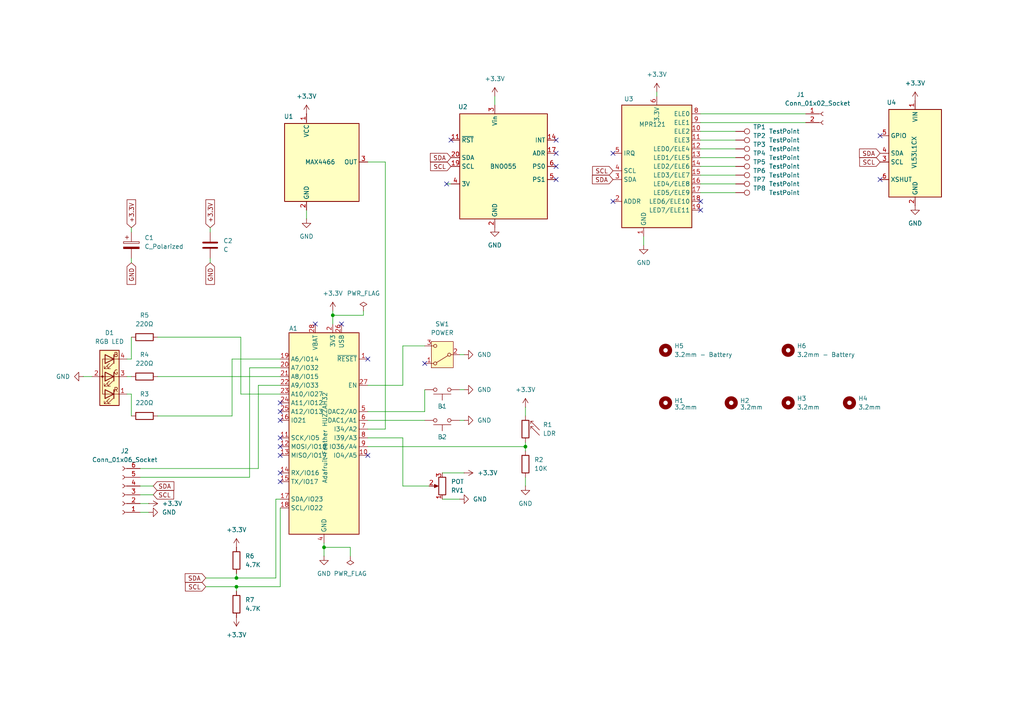
<source format=kicad_sch>
(kicad_sch (version 20231120) (generator "eeschema") (generator_version "8.0")
  (paper "A4")
  (title_block (title "TESI") (date "2025-02-07") (rev "v1.0"))
  (lib_symbols
    (symbol "Connector:Conn_01x02_Socket" (pin_names (offset 1.016) hide)
      (property "Reference" "J" (at 0 2.54 0))
      (property "Value" "Conn_01x02_Socket" (at 0 -5.08 0))
      (symbol "Conn_01x02_Socket_1_1"
        (arc (start 0 -2.032) (mid -0.5058 -2.54) (end 0 -3.048) (stroke (width 0.1524)))
        (polyline (pts (xy -1.27 -2.54) (xy -0.508 -2.54)) (stroke (width 0.1524)))
        (polyline (pts (xy -1.27 0) (xy -0.508 0)) (stroke (width 0.1524)))
        (arc (start 0 0.508) (mid -0.5058 0) (end 0 -0.508) (stroke (width 0.1524)))
        (pin passive line (at -5.08 0 0) (length 3.81) (name "Pin_1") (number "1"))
        (pin passive line (at -5.08 -2.54 0) (length 3.81) (name "Pin_2") (number "2"))
      )
    )
    (symbol "Connector:Conn_01x06_Socket" (pin_names (offset 1.016) hide)
      (property "Reference" "J" (at 0 7.62 0))
      (property "Value" "Conn_01x06_Socket" (at 0 -10.16 0))
      (symbol "Conn_01x06_Socket_1_1"
        (arc (start 0 -7.112) (mid -0.5058 -7.62) (end 0 -8.128) (stroke (width 0.1524)))
        (arc (start 0 -4.572) (mid -0.5058 -5.08) (end 0 -5.588) (stroke (width 0.1524)))
        (arc (start 0 -2.032) (mid -0.5058 -2.54) (end 0 -3.048) (stroke (width 0.1524)))
        (polyline (pts (xy -1.27 -7.62) (xy -0.508 -7.62)) (stroke (width 0.1524)))
        (polyline (pts (xy -1.27 -5.08) (xy -0.508 -5.08)) (stroke (width 0.1524)))
        (polyline (pts (xy -1.27 -2.54) (xy -0.508 -2.54)) (stroke (width 0.1524)))
        (polyline (pts (xy -1.27 0) (xy -0.508 0)) (stroke (width 0.1524)))
        (polyline (pts (xy -1.27 2.54) (xy -0.508 2.54)) (stroke (width 0.1524)))
        (polyline (pts (xy -1.27 5.08) (xy -0.508 5.08)) (stroke (width 0.1524)))
        (arc (start 0 0.508) (mid -0.5058 0) (end 0 -0.508) (stroke (width 0.1524)))
        (arc (start 0 3.048) (mid -0.5058 2.54) (end 0 2.032) (stroke (width 0.1524)))
        (arc (start 0 5.588) (mid -0.5058 5.08) (end 0 4.572) (stroke (width 0.1524)))
        (pin passive line (at -5.08 5.08 0) (length 3.81) (name "Pin_1") (number "1"))
        (pin passive line (at -5.08 2.54 0) (length 3.81) (name "Pin_2") (number "2"))
        (pin passive line (at -5.08 0 0) (length 3.81) (name "Pin_3") (number "3"))
        (pin passive line (at -5.08 -2.54 0) (length 3.81) (name "Pin_4") (number "4"))
        (pin passive line (at -5.08 -5.08 0) (length 3.81) (name "Pin_5") (number "5"))
        (pin passive line (at -5.08 -7.62 0) (length 3.81) (name "Pin_6") (number "6"))
      )
    )
    (symbol "Connector:TestPoint" (pin_numbers hide) (pin_names (offset 0.762) hide)
      (property "Reference" "TP" (at 0 6.858 0))
      (property "Value" "TestPoint" (at 0 5.08 0))
      (symbol "TestPoint_0_1"
        (circle (center 0 3.302) (radius 0.762))
      )
      (symbol "TestPoint_1_1"
        (pin passive line (at 0 0 90) (length 2.54) (name "1") (number "1"))
      )
    )
    (symbol "Device:C" (pin_numbers hide) (pin_names (offset 0.254))
      (property "Reference" "C" (at 0.635 2.54 0))
      (property "Value" "C" (at 0.635 -2.54 0))
      (symbol "C_0_1"
        (polyline (pts (xy -2.032 -0.762) (xy 2.032 -0.762)) (stroke (width 0.508)))
        (polyline (pts (xy -2.032 0.762) (xy 2.032 0.762)) (stroke (width 0.508)))
      )
      (symbol "C_1_1"
        (pin passive line (at 0 3.81 270) (length 2.794) (name "~") (number "1"))
        (pin passive line (at 0 -3.81 90) (length 2.794) (name "~") (number "2"))
      )
    )
    (symbol "Device:C_Polarized" (pin_numbers hide) (pin_names (offset 0.254))
      (property "Reference" "C" (at 0.635 2.54 0))
      (property "Value" "C_Polarized" (at 0.635 -2.54 0))
      (symbol "C_Polarized_0_1"
        (rectangle (start -2.286 0.508) (end 2.286 1.016))
        (polyline (pts (xy -1.778 2.286) (xy -0.762 2.286)))
        (polyline (pts (xy -1.27 2.794) (xy -1.27 1.778)))
        (rectangle (start 2.286 -0.508) (end -2.286 -1.016) (fill (type outline)))
      )
      (symbol "C_Polarized_1_1"
        (pin passive line (at 0 3.81 270) (length 2.794) (name "~") (number "1"))
        (pin passive line (at 0 -3.81 90) (length 2.794) (name "~") (number "2"))
      )
    )
    (symbol "Device:R" (pin_numbers hide) (pin_names (offset 0))
      (property "Reference" "R" (at 2.032 0 90))
      (property "Value" "R" (at 0 0 90))
      (symbol "R_0_1"
        (rectangle (start -1.016 -2.54) (end 1.016 2.54) (stroke (width 0.254)))
      )
      (symbol "R_1_1"
        (pin passive line (at 0 3.81 270) (length 1.27) (name "~") (number "1"))
        (pin passive line (at 0 -3.81 90) (length 1.27) (name "~") (number "2"))
      )
    )
    (symbol "Device:R_Potentiometer" (pin_names (offset 1.016) hide)
      (property "Reference" "RV" (at -4.445 0 90))
      (property "Value" "R_Potentiometer" (at -2.54 0 90))
      (symbol "R_Potentiometer_0_1"
        (polyline (pts (xy 2.54 0) (xy 1.524 0)))
        (polyline (pts (xy 1.143 0) (xy 2.286 0.508) (xy 2.286 -0.508) (xy 1.143 0)) (fill (type outline)))
        (rectangle (start 1.016 2.54) (end -1.016 -2.54) (stroke (width 0.254)))
      )
      (symbol "R_Potentiometer_1_1"
        (pin passive line (at 0 3.81 270) (length 1.27) (name "1") (number "1"))
        (pin passive line (at 3.81 0 180) (length 1.27) (name "2") (number "2"))
        (pin passive line (at 0 -3.81 90) (length 1.27) (name "3") (number "3"))
      )
    )
    (symbol "MCU_Module:Adafruit_Feather_HUZZAH32_ESP32"
      (property "Reference" "A" (at -10.16 29.21 0))
      (property "Value" "Adafruit_Feather_HUZZAH32_ESP32" (at 2.54 -31.75 0))
      (symbol "Adafruit_Feather_HUZZAH32_ESP32_0_1"
        (rectangle (start -10.16 27.94) (end 10.16 -30.48) (stroke (width 0.254)) (fill (type background)))
      )
      (symbol "Adafruit_Feather_HUZZAH32_ESP32_1_1"
        (pin input line (at 12.7 20.32 180) (length 2.54) (name "~{RESET}") (number "1"))
        (pin bidirectional line (at 12.7 -7.62 180) (length 2.54) (name "IO4/A5") (number "10"))
        (pin bidirectional line (at -12.7 -2.54 0) (length 2.54) (name "SCK/IO5") (number "11"))
        (pin bidirectional line (at -12.7 -5.08 0) (length 2.54) (name "MOSI/IO18") (number "12"))
        (pin bidirectional line (at -12.7 -7.62 0) (length 2.54) (name "MISO/IO19") (number "13"))
        (pin bidirectional line (at -12.7 -12.7 0) (length 2.54) (name "RX/IO16") (number "14"))
        (pin bidirectional line (at -12.7 -15.24 0) (length 2.54) (name "TX/IO17") (number "15"))
        (pin bidirectional line (at -12.7 2.54 0) (length 2.54) (name "IO21") (number "16"))
        (pin bidirectional line (at -12.7 -20.32 0) (length 2.54) (name "SDA/IO23") (number "17"))
        (pin bidirectional line (at -12.7 -22.86 0) (length 2.54) (name "SCL/IO22") (number "18"))
        (pin bidirectional line (at -12.7 20.32 0) (length 2.54) (name "A6/IO14") (number "19"))
        (pin power_in line (at 2.54 30.48 270) (length 2.54) (name "3V3") (number "2"))
        (pin bidirectional line (at -12.7 17.78 0) (length 2.54) (name "A7/IO32") (number "20"))
        (pin bidirectional line (at -12.7 15.24 0) (length 2.54) (name "A8/IO15") (number "21"))
        (pin bidirectional line (at -12.7 12.7 0) (length 2.54) (name "A9/IO33") (number "22"))
        (pin bidirectional line (at -12.7 10.16 0) (length 2.54) (name "A10/IO27") (number "23"))
        (pin bidirectional line (at -12.7 7.62 0) (length 2.54) (name "A11/IO12") (number "24"))
        (pin bidirectional line (at -12.7 5.08 0) (length 2.54) (name "A12/IO13") (number "25"))
        (pin power_in line (at 5.08 30.48 270) (length 2.54) (name "USB") (number "26"))
        (pin input line (at 12.7 12.7 180) (length 2.54) (name "EN") (number "27"))
        (pin power_in line (at -2.54 30.48 270) (length 2.54) (name "VBAT") (number "28"))
        (pin no_connect line (at 10.16 10.16 180) (length 2.54) hide (name "NC") (number "3"))
        (pin power_in line (at 0 -33.02 90) (length 2.54) (name "GND") (number "4"))
        (pin bidirectional line (at 12.7 5.08 180) (length 2.54) (name "DAC2/A0") (number "5"))
        (pin bidirectional line (at 12.7 2.54 180) (length 2.54) (name "DAC1/A1") (number "6"))
        (pin bidirectional line (at 12.7 0 180) (length 2.54) (name "I34/A2") (number "7"))
        (pin bidirectional line (at 12.7 -2.54 180) (length 2.54) (name "I39/A3") (number "8"))
        (pin bidirectional line (at 12.7 -5.08 180) (length 2.54) (name "IO36/A4") (number "9"))
      )
    )
    (symbol "Mechanical:MountingHole" (pin_names (offset 1.016)) (exclude_from_sim yes) (in_bom no)
      (property "Reference" "H" (at 0 5.08 0))
      (property "Value" "MountingHole" (at 0 3.175 0))
      (symbol "MountingHole_0_1"
        (circle (center 0 0) (radius 1.27) (stroke (width 1.27)))
      )
    )
    (symbol "Sensor_Optical:VT93xx" (pin_numbers hide) (pin_names (offset 0))
      (property "Reference" "R" (at -5.08 0 90))
      (property "Value" "VT93xx" (at 1.905 0 90))
      (symbol "VT93xx_0_1"
        (rectangle (start -1.016 2.54) (end 1.016 -2.54) (stroke (width 0.254)))
        (polyline (pts (xy -1.524 -2.286) (xy -4.064 0.254)))
        (polyline (pts (xy -1.524 -2.286) (xy -2.286 -2.286)))
        (polyline (pts (xy -1.524 -2.286) (xy -1.524 -1.524)))
        (polyline (pts (xy -1.524 -0.762) (xy -4.064 1.778)))
        (polyline (pts (xy -1.524 -0.762) (xy -2.286 -0.762)))
        (polyline (pts (xy -1.524 -0.762) (xy -1.524 0)))
      )
      (symbol "VT93xx_1_1"
        (pin passive line (at 0 3.81 270) (length 1.27) (name "~") (number "1"))
        (pin passive line (at 0 -3.81 90) (length 1.27) (name "~") (number "2"))
      )
    )
    (symbol "Switch:SW_Push" (pin_numbers hide) (pin_names (offset 1.016) hide)
      (property "Reference" "SW" (at 1.27 2.54 0))
      (property "Value" "SW_Push" (at 0 -1.524 0))
      (symbol "SW_Push_0_1"
        (circle (center -2.032 0) (radius 0.508))
        (polyline (pts (xy 0 1.27) (xy 0 3.048)))
        (polyline (pts (xy 2.54 1.27) (xy -2.54 1.27)))
        (circle (center 2.032 0) (radius 0.508))
        (pin passive line (at -5.08 0 0) (length 2.54) (name "1") (number "1"))
        (pin passive line (at 5.08 0 180) (length 2.54) (name "2") (number "2"))
      )
    )
    (symbol "Switch:SW_SPDT" (pin_names (offset 0) hide)
      (property "Reference" "SW" (at 0 5.08 0))
      (property "Value" "SW_SPDT" (at 0 -5.08 0))
      (symbol "SW_SPDT_0_1"
        (circle (center -2.032 0) (radius 0.4572))
        (polyline (pts (xy -1.651 0.254) (xy 1.651 2.286)))
        (circle (center 2.032 -2.54) (radius 0.4572))
        (circle (center 2.032 2.54) (radius 0.4572))
      )
      (symbol "SW_SPDT_1_1"
        (rectangle (start -3.175 3.81) (end 3.175 -3.81) (fill (type background)))
        (pin passive line (at 5.08 2.54 180) (length 2.54) (name "A") (number "1"))
        (pin passive line (at -5.08 0 0) (length 2.54) (name "B") (number "2"))
        (pin passive line (at 5.08 -2.54 180) (length 2.54) (name "C") (number "3"))
      )
    )
    (symbol "power:+3.3V" (power) (pin_numbers hide) (pin_names (offset 0) hide)
      (property "Value" "+3.3V" (at 0 3.556 0))
      (symbol "+3.3V_0_1"
        (polyline (pts (xy -0.762 1.27) (xy 0 2.54)))
        (polyline (pts (xy 0 0) (xy 0 2.54)))
        (polyline (pts (xy 0 2.54) (xy 0.762 1.27)))
      )
      (symbol "+3.3V_1_1"
        (pin power_in line (at 0 0 90) (length 0) (name "~") (number "1"))
      )
    )
    (symbol "power:GND" (power) (pin_numbers hide) (pin_names (offset 0) hide)
      (property "Value" "GND" (at 0 -3.81 0))
      (symbol "GND_0_1"
        (polyline (pts (xy 0 0) (xy 0 -1.27) (xy 1.27 -1.27) (xy 0 -2.54) (xy -1.27 -1.27) (xy 0 -1.27)))
      )
      (symbol "GND_1_1"
        (pin power_in line (at 0 0 270) (length 0) (name "~") (number "1"))
      )
    )
    (symbol "power:PWR_FLAG" (power) (pin_numbers hide) (pin_names (offset 0) hide)
      (property "Value" "PWR_FLAG" (at 0 3.81 0))
      (symbol "PWR_FLAG_0_0"
        (pin power_out line (at 0 0 90) (length 0) (name "~") (number "1"))
      )
      (symbol "PWR_FLAG_0_1"
        (polyline (pts (xy 0 0) (xy 0 1.27) (xy -1.016 1.905) (xy 0 2.54) (xy 1.016 1.905) (xy 0 1.27)))
      )
    )
    (symbol "tesi:BNO055"
      (property "Reference" "U" (at -11.43 16.51 0))
      (property "Value" "BNO055" (at 3.81 0 0))
      (symbol "BNO055_0_1"
        (rectangle (start -12.7 15.24) (end 12.7 -15.24) (stroke (width 0.254)) (fill (type background)))
      )
      (symbol "BNO055_1_1"
        (pin input line (at -15.24 7.62 0) (length 2.54) (name "~{RST}") (number "11"))
        (pin output line (at 15.24 7.62 180) (length 2.54) (name "INT") (number "14"))
        (pin output line (at 15.24 3.81 180) (length 2.54) (name "ADR") (number "17"))
        (pin output line (at -15.24 0 0) (length 2.54) (name "SCL") (number "19"))
        (pin power_in line (at -2.54 -17.78 90) (length 2.54) (name "GND") (number "2"))
        (pin output line (at -15.24 2.54 0) (length 2.54) (name "SDA") (number "20"))
        (pin power_in line (at -2.54 17.78 270) (length 2.54) (name "Vin") (number "3"))
        (pin output line (at -15.24 -5.08 0) (length 2.54) (name "3V") (number "4"))
        (pin output line (at 15.24 -3.81 180) (length 2.54) (name "PS1") (number "5"))
        (pin output line (at 15.24 0 180) (length 2.54) (name "PS0") (number "6"))
      )
    )
    (symbol "tesi:MAX4466"
      (property "Reference" "MAX4466" (at 2.032 0 0))
      (property "Value" "Electret Mic" (at 11.938 13.716 0))
      (symbol "MAX4466_0_1"
        (rectangle (start -12.7 11.176) (end 8.89 -11.43) (stroke (width 0.254)) (fill (type background)))
      )
      (symbol "MAX4466_1_1"
        (pin power_in line (at -6.35 13.97 270) (length 2.54) (name "VCC") (number "1"))
        (pin power_in line (at -6.35 -13.97 90) (length 2.54) (name "GND") (number "2"))
        (pin bidirectional line (at 11.43 0 180) (length 2.54) (name "OUT") (number "3"))
      )
    )
    (symbol "tesi:MPR121"
      (property "Reference" "U" (at -10.16 19.05 0))
      (property "Value" "MPR121" (at -1.27 12.192 0))
      (symbol "MPR121_0_1"
        (rectangle (start -10.16 17.78) (end 10.16 -17.78) (stroke (width 0.254)) (fill (type background)))
      )
      (symbol "MPR121_1_1"
        (pin power_in line (at -3.81 -20.32 90) (length 2.54) (name "GND") (number "1"))
        (pin passive line (at 12.7 10.16 180) (length 2.54) (name "ELE2") (number "10"))
        (pin passive line (at 12.7 7.62 180) (length 2.54) (name "ELE3") (number "11"))
        (pin passive line (at 12.7 5.08 180) (length 2.54) (name "LED0/ELE4") (number "12"))
        (pin passive line (at 12.7 2.54 180) (length 2.54) (name "LED1/ELE5") (number "13"))
        (pin passive line (at 12.7 0 180) (length 2.54) (name "LED2/ELE6") (number "14"))
        (pin passive line (at 12.7 -2.54 180) (length 2.54) (name "LED3/ELE7") (number "15"))
        (pin passive line (at 12.7 -5.08 180) (length 2.54) (name "LED4/ELE8") (number "16"))
        (pin passive line (at 12.7 -7.62 180) (length 2.54) (name "LED5/ELE9") (number "17"))
        (pin passive line (at 12.7 -10.16 180) (length 2.54) (name "LED6/ELE10") (number "18"))
        (pin passive line (at 12.7 -12.7 180) (length 2.54) (name "LED7/ELE11") (number "19"))
        (pin input line (at -12.7 -10.16 0) (length 2.54) (name "ADDR") (number "2"))
        (pin bidirectional line (at -12.7 -3.81 0) (length 2.54) (name "SDA") (number "3"))
        (pin input line (at -12.7 -1.27 0) (length 2.54) (name "SCL") (number "4"))
        (pin open_collector line (at -12.7 3.81 0) (length 2.54) (name "IRQ") (number "5"))
        (pin power_in line (at 0 20.32 270) (length 2.54) (name "3.3V") (number "6"))
        (pin passive line (at 12.7 15.24 180) (length 2.54) (name "ELE0") (number "8"))
        (pin passive line (at 12.7 12.7 180) (length 2.54) (name "ELE1") (number "9"))
      )
    )
    (symbol "tesi:RGB LED" (pin_names (offset 0) hide)
      (property "Reference" "D" (at 0 9.398 0))
      (property "Value" "RGB LED" (at 0 -8.89 0))
      (symbol "RGB LED_0_0"
        (text "B" (at -1.905 -6.35 0) (effects (font (size 1.27 1.27))))
        (text "G" (at -1.905 -1.27 0) (effects (font (size 1.27 1.27))))
        (text "R" (at -1.905 3.81 0) (effects (font (size 1.27 1.27))))
      )
      (symbol "RGB LED_0_1"
        (rectangle (start -2.794 8.382) (end 2.794 -7.62) (stroke (width 0.254)) (fill (type background)))
        (polyline (pts (xy -1.27 -5.08) (xy -2.54 -5.08)))
        (polyline (pts (xy -1.27 -5.08) (xy 1.27 -5.08)))
        (polyline (pts (xy -1.27 -3.81) (xy -1.27 -6.35)) (stroke (width 0.254)))
        (polyline (pts (xy -1.27 0) (xy -2.54 0)))
        (polyline (pts (xy -1.27 1.27) (xy -1.27 -1.27)) (stroke (width 0.254)))
        (polyline (pts (xy -1.27 5.08) (xy -2.54 5.08)))
        (polyline (pts (xy -1.27 5.08) (xy 1.27 5.08)))
        (polyline (pts (xy -1.27 6.35) (xy -1.27 3.81)) (stroke (width 0.254)))
        (polyline (pts (xy 1.27 0) (xy -1.27 0)))
        (polyline (pts (xy 1.27 0) (xy 2.54 0)))
        (polyline (pts (xy -1.27 1.27) (xy -1.27 -1.27) (xy -1.27 -1.27)))
        (polyline (pts (xy -1.27 6.35) (xy -1.27 3.81) (xy -1.27 3.81)))
        (polyline (pts (xy 1.27 -5.08) (xy 2.032 -5.08) (xy 2.032 5.08) (xy 1.27 5.08)))
        (polyline (pts (xy 1.27 -3.81) (xy 1.27 -6.35) (xy -1.27 -5.08) (xy 1.27 -3.81)) (stroke (width 0.254)))
        (polyline (pts (xy 1.27 1.27) (xy 1.27 -1.27) (xy -1.27 0) (xy 1.27 1.27)) (stroke (width 0.254)))
        (polyline (pts (xy 1.27 6.35) (xy 1.27 3.81) (xy -1.27 5.08) (xy 1.27 6.35)) (stroke (width 0.254)))
        (polyline (pts (xy -1.016 -3.81) (xy 0.508 -2.286) (xy -0.254 -2.286) (xy 0.508 -2.286) (xy 0.508 -3.048)))
        (polyline (pts (xy -1.016 1.27) (xy 0.508 2.794) (xy -0.254 2.794) (xy 0.508 2.794) (xy 0.508 2.032)))
        (polyline (pts (xy -1.016 6.35) (xy 0.508 7.874) (xy -0.254 7.874) (xy 0.508 7.874) (xy 0.508 7.112)))
        (polyline (pts (xy 0 -3.81) (xy 1.524 -2.286) (xy 0.762 -2.286) (xy 1.524 -2.286) (xy 1.524 -3.048)))
        (polyline (pts (xy 0 1.27) (xy 1.524 2.794) (xy 0.762 2.794) (xy 1.524 2.794) (xy 1.524 2.032)))
        (polyline (pts (xy 0 6.35) (xy 1.524 7.874) (xy 0.762 7.874) (xy 1.524 7.874) (xy 1.524 7.112)))
        (rectangle (start 1.27 -1.27) (end 1.27 1.27))
        (rectangle (start 1.27 1.27) (end 1.27 1.27))
        (rectangle (start 1.27 3.81) (end 1.27 6.35))
        (rectangle (start 1.27 6.35) (end 1.27 6.35))
        (circle (center 2.032 0) (radius 0.254) (fill (type outline)))
      )
      (symbol "RGB LED_1_1"
        (pin passive line (at -5.08 5.08 0) (length 2.54) (name "RK") (number "1"))
        (pin passive line (at 5.08 0 180) (length 2.54) (name "A") (number "2"))
        (pin passive line (at -5.08 0 0) (length 2.54) (name "GK") (number "3"))
        (pin passive line (at -5.08 -5.08 0) (length 2.54) (name "BK") (number "4"))
      )
    )
    (symbol "tesi:VL53L1CX"
      (property "Reference" "U" (at -6.858 14.732 0))
      (property "Value" "VL53L1CX" (at -0.254 0.254 90))
      (symbol "VL53L1CX_0_1"
        (rectangle (start -7.62 12.7) (end 7.62 -12.7) (stroke (width 0.254)) (fill (type background)))
      )
      (symbol "VL53L1CX_1_1"
        (pin power_in line (at 0 15.24 270) (length 2.54) (name "VIN") (number "1"))
        (pin power_in line (at 0 -15.24 90) (length 2.54) (name "GND") (number "2"))
        (pin input line (at -10.16 -2.54 0) (length 2.54) (name "SCL") (number "3"))
        (pin bidirectional line (at -10.16 0 0) (length 2.54) (name "SDA") (number "4"))
        (pin open_collector line (at -10.16 5.08 0) (length 2.54) (name "GPIO") (number "5"))
        (pin input line (at -10.16 -7.62 0) (length 2.54) (name "XSHUT") (number "6"))
      )
    )
  )
  (junction (at 68.58 170.18))
  (junction (at 152.4 129.54))
  (junction (at 93.98 158.75))
  (junction (at 68.58 167.64))
  (junction (at 96.52 91.44))
  (no_connect (at 106.68 104.14))
  (no_connect (at 123.19 105.41))
  (no_connect (at 106.68 132.08))
  (no_connect (at 177.8 44.45))
  (no_connect (at 99.06 93.98))
  (no_connect (at 255.27 52.07))
  (no_connect (at 161.29 52.07))
  (no_connect (at 81.28 129.54))
  (no_connect (at 161.29 48.26))
  (no_connect (at 81.28 132.08))
  (no_connect (at 203.2 60.96))
  (no_connect (at 81.28 127))
  (no_connect (at 161.29 40.64))
  (no_connect (at 81.28 119.38))
  (no_connect (at 91.44 93.98))
  (no_connect (at 130.81 40.64))
  (no_connect (at 81.28 137.16))
  (no_connect (at 161.29 44.45))
  (no_connect (at 81.28 116.84))
  (no_connect (at 203.2 58.42))
  (no_connect (at 129.54 53.34))
  (no_connect (at 81.28 139.7))
  (no_connect (at 255.27 39.37))
  (no_connect (at 177.8 58.42))
  (no_connect (at 81.28 121.92))
  (wire (pts (xy 133.35 144.78) (xy 128.27 144.78)))
  (wire (pts (xy 93.98 157.48) (xy 93.98 158.75)))
  (wire (pts (xy 45.72 97.79) (xy 69.85 97.79)))
  (wire (pts (xy 134.62 102.87) (xy 133.35 102.87)))
  (wire (pts (xy 36.83 104.14) (xy 38.1 104.14)))
  (wire (pts (xy 38.1 74.93) (xy 38.1 76.2)))
  (wire (pts (xy 116.84 100.33) (xy 116.84 111.76)))
  (wire (pts (xy 106.68 46.99) (xy 111.76 46.99)))
  (wire (pts (xy 105.41 90.17) (xy 105.41 91.44)))
  (wire (pts (xy 80.01 144.78) (xy 81.28 144.78)))
  (wire (pts (xy 106.68 121.92) (xy 123.19 121.92)))
  (wire (pts (xy 40.64 143.51) (xy 44.45 143.51)))
  (wire (pts (xy 203.2 55.88) (xy 213.36 55.88)))
  (wire (pts (xy 67.31 120.65) (xy 67.31 104.14)))
  (wire (pts (xy 36.83 109.22) (xy 38.1 109.22)))
  (wire (pts (xy 40.64 135.89) (xy 74.93 135.89)))
  (wire (pts (xy 81.28 170.18) (xy 81.28 147.32)))
  (wire (pts (xy 68.58 171.45) (xy 68.58 170.18)))
  (wire (pts (xy 203.2 48.26) (xy 213.36 48.26)))
  (wire (pts (xy 38.1 97.79) (xy 38.1 104.14)))
  (wire (pts (xy 72.39 138.43) (xy 72.39 106.68)))
  (wire (pts (xy 106.68 127) (xy 116.84 127)))
  (wire (pts (xy 60.96 66.04) (xy 60.96 67.31)))
  (wire (pts (xy 116.84 140.97) (xy 116.84 127)))
  (wire (pts (xy 74.93 135.89) (xy 74.93 111.76)))
  (wire (pts (xy 106.68 124.46) (xy 111.76 124.46)))
  (wire (pts (xy 116.84 100.33) (xy 123.19 100.33)))
  (wire (pts (xy 24.13 109.22) (xy 26.67 109.22)))
  (wire (pts (xy 40.64 146.05) (xy 43.18 146.05)))
  (wire (pts (xy 152.4 118.11) (xy 152.4 120.65)))
  (wire (pts (xy 203.2 40.64) (xy 213.36 40.64)))
  (wire (pts (xy 203.2 35.56) (xy 233.68 35.56)))
  (wire (pts (xy 101.6 161.29) (xy 101.6 158.75)))
  (wire (pts (xy 96.52 91.44) (xy 105.41 91.44)))
  (wire (pts (xy 72.39 106.68) (xy 81.28 106.68)))
  (wire (pts (xy 68.58 167.64) (xy 80.01 167.64)))
  (wire (pts (xy 203.2 50.8) (xy 213.36 50.8)))
  (wire (pts (xy 68.58 166.37) (xy 68.58 167.64)))
  (wire (pts (xy 96.52 90.17) (xy 96.52 91.44)))
  (wire (pts (xy 80.01 167.64) (xy 80.01 144.78)))
  (wire (pts (xy 59.69 170.18) (xy 68.58 170.18)))
  (wire (pts (xy 45.72 120.65) (xy 67.31 120.65)))
  (wire (pts (xy 203.2 45.72) (xy 213.36 45.72)))
  (wire (pts (xy 38.1 114.3) (xy 36.83 114.3)))
  (wire (pts (xy 128.27 137.16) (xy 134.62 137.16)))
  (wire (pts (xy 143.51 27.94) (xy 143.51 30.48)))
  (wire (pts (xy 69.85 97.79) (xy 69.85 114.3)))
  (wire (pts (xy 45.72 109.22) (xy 81.28 109.22)))
  (wire (pts (xy 40.64 138.43) (xy 72.39 138.43)))
  (wire (pts (xy 38.1 114.3) (xy 38.1 120.65)))
  (wire (pts (xy 59.69 167.64) (xy 68.58 167.64)))
  (wire (pts (xy 203.2 33.02) (xy 233.68 33.02)))
  (wire (pts (xy 106.68 129.54) (xy 152.4 129.54)))
  (wire (pts (xy 68.58 170.18) (xy 81.28 170.18)))
  (wire (pts (xy 88.9 60.96) (xy 88.9 63.5)))
  (wire (pts (xy 124.46 140.97) (xy 116.84 140.97)))
  (wire (pts (xy 186.69 68.58) (xy 186.69 71.12)))
  (wire (pts (xy 111.76 46.99) (xy 111.76 124.46)))
  (wire (pts (xy 93.98 158.75) (xy 101.6 158.75)))
  (wire (pts (xy 203.2 38.1) (xy 213.36 38.1)))
  (wire (pts (xy 38.1 67.31) (xy 38.1 66.04)))
  (wire (pts (xy 69.85 114.3) (xy 81.28 114.3)))
  (wire (pts (xy 74.93 111.76) (xy 81.28 111.76)))
  (wire (pts (xy 190.5 26.67) (xy 190.5 27.94)))
  (wire (pts (xy 152.4 138.43) (xy 152.4 140.97)))
  (wire (pts (xy 152.4 128.27) (xy 152.4 129.54)))
  (wire (pts (xy 129.54 53.34) (xy 130.81 53.34)))
  (wire (pts (xy 133.35 121.92) (xy 134.62 121.92)))
  (wire (pts (xy 123.19 119.38) (xy 123.19 113.03)))
  (wire (pts (xy 93.98 158.75) (xy 93.98 161.29)))
  (wire (pts (xy 203.2 43.18) (xy 213.36 43.18)))
  (wire (pts (xy 152.4 129.54) (xy 152.4 130.81)))
  (wire (pts (xy 116.84 111.76) (xy 106.68 111.76)))
  (wire (pts (xy 40.64 140.97) (xy 44.45 140.97)))
  (wire (pts (xy 40.64 148.59) (xy 43.18 148.59)))
  (wire (pts (xy 96.52 91.44) (xy 96.52 93.98)))
  (wire (pts (xy 60.96 74.93) (xy 60.96 76.2)))
  (wire (pts (xy 203.2 53.34) (xy 213.36 53.34)))
  (wire (pts (xy 67.31 104.14) (xy 81.28 104.14)))
  (wire (pts (xy 123.19 119.38) (xy 106.68 119.38)))
  (wire (pts (xy 134.62 113.03) (xy 133.35 113.03)))
  (global_label "SCL" (shape input) (at 177.8 49.53 180) (property "Intersheetrefs" "${INTERSHEET_REFS}" (effects (hide yes))))
  (global_label "GND" (shape input) (at 60.96 76.2 270) (property "Intersheetrefs" "${INTERSHEET_REFS}" (effects (hide yes))))
  (global_label "GND" (shape input) (at 38.1 76.2 270) (property "Intersheetrefs" "${INTERSHEET_REFS}" (effects (hide yes))))
  (global_label "SCL" (shape input) (at 44.45 143.51 0) (property "Intersheetrefs" "${INTERSHEET_REFS}" (effects (hide yes))))
  (global_label "SDA" (shape input) (at 130.81 45.72 180) (property "Intersheetrefs" "${INTERSHEET_REFS}" (effects (hide yes))))
  (global_label "SCL" (shape input) (at 59.69 170.18 180) (property "Intersheetrefs" "${INTERSHEET_REFS}" (effects (hide yes))))
  (global_label "SDA" (shape input) (at 44.45 140.97 0) (property "Intersheetrefs" "${INTERSHEET_REFS}" (effects (hide yes))))
  (global_label "+3.3V" (shape input) (at 60.96 66.04 90) (property "Intersheetrefs" "${INTERSHEET_REFS}" (effects (hide yes))))
  (global_label "+3.3V" (shape input) (at 38.1 66.04 90) (property "Intersheetrefs" "${INTERSHEET_REFS}" (effects (hide yes))))
  (global_label "SCL" (shape input) (at 130.81 48.26 180) (property "Intersheetrefs" "${INTERSHEET_REFS}" (effects (hide yes))))
  (global_label "SDA" (shape input) (at 59.69 167.64 180) (property "Intersheetrefs" "${INTERSHEET_REFS}" (effects (hide yes))))
  (global_label "SDA" (shape input) (at 177.8 52.07 180) (property "Intersheetrefs" "${INTERSHEET_REFS}" (effects (hide yes))))
  (global_label "SCL" (shape input) (at 255.27 46.99 180) (property "Intersheetrefs" "${INTERSHEET_REFS}" (effects (hide yes))))
  (global_label "SDA" (shape input) (at 255.27 44.45 180) (property "Intersheetrefs" "${INTERSHEET_REFS}" (effects (hide yes))))
  (symbol (lib_id "power:+3.3V") (at 190.5 26.67 0) (unit 1)
    (property "Reference" "#PWR019" (effects (hide yes)))
    (property "Value" "+3.3V" (at 190.5 21.59 0))
    (property "Description" "Power symbol creates a global label with name \"+3.3V\"" (effects (hide yes)))
  )
  (symbol (lib_id "power:GND") (at 43.18 148.59 90) (unit 1)
    (property "Reference" "#PWR017" (effects (hide yes)))
    (property "Value" "GND" (at 46.99 148.5899 90) (effects (justify right)))
    (property "Description" "Power symbol creates a global label with name \"GND\" , ground" (effects (hide yes)))
  )
  (symbol (lib_id "Connector:Conn_01x06_Socket") (at 35.56 143.51 180) (unit 1)
    (property "Reference" "J2" (at 36.195 130.81 0))
    (property "Value" "Conn_01x06_Socket" (at 36.195 133.35 0))
    (property "Footprint" "Connector_PinSocket_2.54mm:PinSocket_1x06_P2.54mm_Vertical" (effects (hide yes)))
    (property "Description" "Generic connector, single row, 01x06, script generated" (effects (hide yes)))
  )
  (symbol (lib_id "Device:C") (at 60.96 71.12 0) (unit 1)
    (property "Reference" "C2" (at 64.77 69.8499 0) (effects (justify left)))
    (property "Value" "C" (at 64.77 72.3899 0) (effects (justify left)))
    (property "Footprint" "Capacitor_THT:C_Disc_D4.3mm_W1.9mm_P5.00mm" (effects (hide yes)))
    (property "Description" "Unpolarized capacitor" (effects (hide yes)))
  )
  (symbol (lib_id "power:GND") (at 24.13 109.22 270) (unit 1)
    (property "Reference" "#PWR012" (effects (hide yes)))
    (property "Value" "GND" (at 20.32 109.2199 90) (effects (justify right)))
    (property "Description" "Power symbol creates a global label with name \"GND\" , ground" (effects (hide yes)))
  )
  (symbol (lib_id "power:GND") (at 143.51 66.04 0) (unit 1)
    (property "Reference" "#PWR05" (effects (hide yes)))
    (property "Value" "GND" (at 143.51 71.12 0))
    (property "Description" "Power symbol creates a global label with name \"GND\" , ground" (effects (hide yes)))
  )
  (symbol (lib_id "power:+3.3V") (at 152.4 118.11 0) (unit 1)
    (property "Reference" "#PWR01" (effects (hide yes)))
    (property "Value" "+3.3V" (at 152.4 113.03 0))
    (property "Description" "Power symbol creates a global label with name \"+3.3V\"" (effects (hide yes)))
  )
  (symbol (lib_id "Device:C_Polarized") (at 38.1 71.12 0) (unit 1)
    (property "Reference" "C1" (at 41.91 68.9609 0) (effects (justify left)))
    (property "Value" "C_Polarized" (at 41.91 71.5009 0) (effects (justify left)))
    (property "Footprint" "tesi:CP_Radial_D4.0mm_P2.00mm" (effects (hide yes)))
    (property "Description" "Polarized capacitor" (effects (hide yes)))
  )
  (symbol (lib_id "Device:R") (at 41.91 109.22 90) (unit 1)
    (property "Reference" "R4" (at 41.91 102.87 90))
    (property "Value" "220Ω" (at 41.91 105.41 90))
    (property "Footprint" "Resistor_THT:R_Axial_DIN0207_L6.3mm_D2.5mm_P10.16mm_Horizontal" (effects (hide yes)))
    (property "Description" "Resistor" (effects (hide yes)))
  )
  (symbol (lib_id "Mechanical:MountingHole") (at 193.04 116.84 0) (unit 1) (exclude_from_sim yes) (in_bom no)
    (property "Reference" "H1" (at 195.58 116.2049 0) (effects (justify left)))
    (property "Value" "3.2mm" (at 195.58 118.11 0) (effects (justify left)))
    (property "Footprint" "tesi:MountingHole_3.2mm_M3" (effects (hide yes)))
    (property "Description" "Mounting Hole without connection" (effects (hide yes)))
  )
  (symbol (lib_id "power:+3.3V") (at 68.58 179.07 180) (unit 1)
    (property "Reference" "#PWR015" (effects (hide yes)))
    (property "Value" "+3.3V" (at 68.58 184.15 0))
    (property "Description" "Power symbol creates a global label with name \"+3.3V\"" (effects (hide yes)))
  )
  (symbol (lib_id "Connector:Conn_01x02_Socket") (at 238.76 33.02 0) (unit 1)
    (property "Reference" "J1" (at 233.426 27.432 0) (effects (justify right)))
    (property "Value" "Conn_01x02_Socket" (at 246.634 29.972 0) (effects (justify right)))
    (property "Footprint" "Connector_PinSocket_2.54mm:PinSocket_1x02_P2.54mm_Vertical" (effects (hide yes)))
    (property "Description" "Generic connector, single row, 01x02, script generated" (effects (hide yes)))
  )
  (symbol (lib_id "Connector:TestPoint") (at 213.36 45.72 270) (unit 1)
    (property "Reference" "TP4" (at 218.44 44.4499 90) (effects (justify left)))
    (property "Value" "TestPoint" (at 223.012 45.72 90) (effects (justify left)))
    (property "Footprint" "tesi:TouchPad - 4.0mm" (effects (hide yes)))
    (property "Description" "test point" (effects (hide yes)))
  )
  (symbol (lib_id "power:+3.3V") (at 265.43 29.21 0) (unit 1)
    (property "Reference" "#PWR018" (effects (hide yes)))
    (property "Value" "+3.3V" (at 265.43 24.13 0))
    (property "Description" "Power symbol creates a global label with name \"+3.3V\"" (effects (hide yes)))
  )
  (symbol (lib_id "Mechanical:MountingHole") (at 228.6 101.6 0) (unit 1) (exclude_from_sim yes) (in_bom no)
    (property "Reference" "H6" (at 231.14 100.3299 0) (effects (justify left)))
    (property "Value" "3.2mm - Battery" (at 231.14 102.8699 0) (effects (justify left)))
    (property "Footprint" "tesi:MountingHole_3.2mm_M3" (effects (hide yes)))
    (property "Description" "Mounting Hole without connection" (effects (hide yes)))
  )
  (symbol (lib_id "Device:R_Potentiometer") (at 128.27 140.97 180) (unit 1)
    (property "Reference" "RV1" (at 130.81 142.2401 0) (effects (justify right)))
    (property "Value" "POT" (at 130.81 139.7001 0) (effects (justify right)))
    (property "Footprint" "Potentiometer_THT:Potentiometer_TT_P0915N" (effects (hide yes)))
    (property "Description" "Potentiometer" (effects (hide yes)))
  )
  (symbol (lib_id "Connector:TestPoint") (at 213.36 55.88 270) (unit 1)
    (property "Reference" "TP8" (at 218.44 54.6099 90) (effects (justify left)))
    (property "Value" "TestPoint" (at 223.012 55.88 90) (effects (justify left)))
    (property "Footprint" "tesi:TouchPad - 4.0mm" (effects (hide yes)))
    (property "Description" "test point" (effects (hide yes)))
  )
  (symbol (lib_id "Connector:TestPoint") (at 213.36 53.34 270) (unit 1)
    (property "Reference" "TP7" (at 218.44 52.0699 90) (effects (justify left)))
    (property "Value" "TestPoint" (at 223.012 53.34 90) (effects (justify left)))
    (property "Footprint" "tesi:TouchPad - 4.0mm" (effects (hide yes)))
    (property "Description" "test point" (effects (hide yes)))
  )
  (symbol (lib_id "power:GND") (at 88.9 63.5 0) (unit 1)
    (property "Reference" "#PWR02" (effects (hide yes)))
    (property "Value" "GND" (at 88.9 68.58 0))
    (property "Description" "Power symbol creates a global label with name \"GND\" , ground" (effects (hide yes)))
  )
  (symbol (lib_id "power:+3.3V") (at 88.9 33.02 0) (unit 1)
    (property "Reference" "#PWR013" (effects (hide yes)))
    (property "Value" "+3.3V" (at 88.9 27.94 0))
    (property "Description" "Power symbol creates a global label with name \"+3.3V\"" (effects (hide yes)))
  )
  (symbol (lib_id "power:GND") (at 134.62 121.92 90) (unit 1)
    (property "Reference" "#PWR026" (effects (hide yes)))
    (property "Value" "GND" (at 138.43 121.9201 90) (effects (justify right)))
    (property "Description" "Power symbol creates a global label with name \"GND\" , ground" (effects (hide yes)))
  )
  (symbol (lib_id "tesi:MAX4466") (at 95.25 46.99 0) (unit 1)
    (property "Reference" "U1" (at 85.09 33.782 0) (effects (justify right)))
    (property "Value" "MAX4466" (at 97.282 46.99 0) (effects (justify right)))
    (property "Footprint" "tesi:MAX4466" (effects (hide yes)))
    (property "Datasheet" "https://www.bosch-sensortec.com/media/boschsensortec/downloads/datasheets/bst-bno055-ds000.pdf" (effects (hide yes)))
    (property "Description" "Intelligent 9-axis absolute orientation sensor, LGA-28" (effects (hide yes)))
  )
  (symbol (lib_id "power:GND") (at 152.4 140.97 0) (unit 1)
    (property "Reference" "#PWR08" (effects (hide yes)))
    (property "Value" "GND" (at 152.4 146.05 0))
    (property "Description" "Power symbol creates a global label with name \"GND\" , ground" (effects (hide yes)))
  )
  (symbol (lib_id "power:+3.3V") (at 143.51 27.94 0) (unit 1)
    (property "Reference" "#PWR016" (effects (hide yes)))
    (property "Value" "+3.3V" (at 143.51 22.86 0))
    (property "Description" "Power symbol creates a global label with name \"+3.3V\"" (effects (hide yes)))
  )
  (symbol (lib_id "power:+3.3V") (at 68.58 158.75 0) (unit 1)
    (property "Reference" "#PWR014" (effects (hide yes)))
    (property "Value" "+3.3V" (at 68.58 153.67 0))
    (property "Description" "Power symbol creates a global label with name \"+3.3V\"" (effects (hide yes)))
  )
  (symbol (lib_id "Connector:TestPoint") (at 213.36 40.64 270) (unit 1)
    (property "Reference" "TP2" (at 218.44 39.3699 90) (effects (justify left)))
    (property "Value" "TestPoint" (at 223.012 40.64 90) (effects (justify left)))
    (property "Footprint" "tesi:TouchPad - 4.0mm" (effects (hide yes)))
    (property "Description" "test point" (effects (hide yes)))
  )
  (symbol (lib_id "Device:R") (at 41.91 120.65 90) (unit 1)
    (property "Reference" "R3" (at 41.91 114.3 90))
    (property "Value" "220Ω" (at 41.91 116.84 90))
    (property "Footprint" "Resistor_THT:R_Axial_DIN0207_L6.3mm_D2.5mm_P10.16mm_Horizontal" (effects (hide yes)))
    (property "Description" "Resistor" (effects (hide yes)))
  )
  (symbol (lib_id "Connector:TestPoint") (at 213.36 50.8 270) (unit 1)
    (property "Reference" "TP6" (at 218.44 49.5299 90) (effects (justify left)))
    (property "Value" "TestPoint" (at 223.012 50.8 90) (effects (justify left)))
    (property "Footprint" "tesi:TouchPad - 4.0mm" (effects (hide yes)))
    (property "Description" "test point" (effects (hide yes)))
  )
  (symbol (lib_id "tesi:BNO055") (at 146.05 48.26 0) (unit 1)
    (property "Reference" "U2" (at 135.636 30.988 0) (effects (justify right)))
    (property "Value" "BNO055" (at 149.86 48.26 0) (effects (justify right)))
    (property "Footprint" "tesi:BNO055" (effects (hide yes)))
    (property "Datasheet" "https://www.bosch-sensortec.com/media/boschsensortec/downloads/datasheets/bst-bno055-ds000.pdf" (effects (hide yes)))
    (property "Description" "Intelligent 9-axis absolute orientation sensor, LGA-28" (effects (hide yes)))
  )
  (symbol (lib_id "Switch:SW_Push") (at 128.27 113.03 180) (unit 1)
    (property "Reference" "B1" (at 128.27 117.856 0))
    (property "Value" "~" (at 128.27 118.11 0))
    (property "Footprint" "Button_Switch_THT:SW_PUSH_6mm" (effects (hide yes)))
    (property "Description" "Push button switch, generic, two pins" (effects (hide yes)))
  )
  (symbol (lib_id "Mechanical:MountingHole") (at 246.38 116.84 0) (unit 1) (exclude_from_sim yes) (in_bom no)
    (property "Reference" "H4" (at 248.92 115.5699 0) (effects (justify left)))
    (property "Value" "3.2mm" (at 248.92 118.1099 0) (effects (justify left)))
    (property "Footprint" "tesi:MountingHole_3.2mm_M3" (effects (hide yes)))
    (property "Description" "Mounting Hole without connection" (effects (hide yes)))
  )
  (symbol (lib_id "power:PWR_FLAG") (at 105.41 90.17 0) (unit 1)
    (property "Reference" "#FLG02" (effects (hide yes)))
    (property "Value" "PWR_FLAG" (at 105.41 85.09 0))
    (property "Description" "Special symbol for telling ERC where power comes from" (effects (hide yes)))
  )
  (symbol (lib_id "power:+3.3V") (at 134.62 137.16 270) (unit 1)
    (property "Reference" "#PWR011" (effects (hide yes)))
    (property "Value" "+3.3V" (at 138.43 137.1601 90) (effects (justify left)))
    (property "Description" "Power symbol creates a global label with name \"+3.3V\"" (effects (hide yes)))
  )
  (symbol (lib_id "Switch:SW_Push") (at 128.27 121.92 180) (unit 1)
    (property "Reference" "B2" (at 128.27 126.746 0))
    (property "Value" "~" (at 128.27 127 0))
    (property "Footprint" "Button_Switch_THT:SW_PUSH_6mm" (effects (hide yes)))
    (property "Description" "Push button switch, generic, two pins" (effects (hide yes)))
  )
  (symbol (lib_id "power:GND") (at 134.62 113.03 90) (unit 1)
    (property "Reference" "#PWR07" (effects (hide yes)))
    (property "Value" "GND" (at 138.43 113.0301 90) (effects (justify right)))
    (property "Description" "Power symbol creates a global label with name \"GND\" , ground" (effects (hide yes)))
  )
  (symbol (lib_id "Connector:TestPoint") (at 213.36 48.26 270) (unit 1)
    (property "Reference" "TP5" (at 218.44 46.9899 90) (effects (justify left)))
    (property "Value" "TestPoint" (at 223.012 48.26 90) (effects (justify left)))
    (property "Footprint" "tesi:TouchPad - 4.0mm" (effects (hide yes)))
    (property "Description" "test point" (effects (hide yes)))
  )
  (symbol (lib_id "Device:R") (at 152.4 134.62 180) (unit 1)
    (property "Reference" "R2" (at 154.94 133.3499 0) (effects (justify right)))
    (property "Value" "10K" (at 154.94 135.8899 0) (effects (justify right)))
    (property "Footprint" "Resistor_THT:R_Axial_DIN0207_L6.3mm_D2.5mm_P10.16mm_Horizontal" (effects (hide yes)))
    (property "Description" "Resistor" (effects (hide yes)))
  )
  (symbol (lib_id "power:GND") (at 265.43 59.69 0) (unit 1)
    (property "Reference" "#PWR06" (effects (hide yes)))
    (property "Value" "GND" (at 265.43 64.77 0))
    (property "Description" "Power symbol creates a global label with name \"GND\" , ground" (effects (hide yes)))
  )
  (symbol (lib_id "Mechanical:MountingHole") (at 228.6 116.84 0) (unit 1) (exclude_from_sim yes) (in_bom no)
    (property "Reference" "H3" (at 231.14 115.5699 0) (effects (justify left)))
    (property "Value" "3.2mm" (at 231.14 118.1099 0) (effects (justify left)))
    (property "Footprint" "tesi:MountingHole_3.2mm_M3" (effects (hide yes)))
    (property "Description" "Mounting Hole without connection" (effects (hide yes)))
  )
  (symbol (lib_id "tesi:RGB LED") (at 31.75 109.22 180) (unit 1)
    (property "Reference" "D1" (at 31.75 96.52 0))
    (property "Value" "RGB LED" (at 31.75 99.06 0))
    (property "Footprint" "LED_THT:LED_D5.0mm-4_RGB_Wide_Pins" (effects (hide yes)))
    (property "Description" "RGB LED, anode/red/green/blue" (effects (hide yes)))
  )
  (symbol (lib_id "power:+3.3V") (at 43.18 146.05 270) (unit 1)
    (property "Reference" "#PWR020" (effects (hide yes)))
    (property "Value" "+3.3V" (at 46.99 146.0499 90) (effects (justify left)))
    (property "Description" "Power symbol creates a global label with name \"+3.3V\"" (effects (hide yes)))
  )
  (symbol (lib_id "Device:R") (at 68.58 162.56 0) (unit 1)
    (property "Reference" "R6" (at 71.12 161.2899 0) (effects (justify left)))
    (property "Value" "4.7K" (at 71.12 163.8299 0) (effects (justify left)))
    (property "Footprint" "Resistor_THT:R_Axial_DIN0207_L6.3mm_D2.5mm_P10.16mm_Horizontal" (effects (hide yes)))
    (property "Description" "Resistor" (effects (hide yes)))
  )
  (symbol (lib_id "Connector:TestPoint") (at 213.36 38.1 270) (unit 1)
    (property "Reference" "TP1" (at 218.44 36.8299 90) (effects (justify left)))
    (property "Value" "TestPoint" (at 223.012 38.1 90) (effects (justify left)))
    (property "Footprint" "tesi:TouchPad - 4.0mm" (effects (hide yes)))
    (property "Description" "test point" (effects (hide yes)))
  )
  (symbol (lib_id "power:GND") (at 133.35 144.78 90) (unit 1)
    (property "Reference" "#PWR03" (effects (hide yes)))
    (property "Value" "GND" (at 137.16 144.7801 90) (effects (justify right)))
    (property "Description" "Power symbol creates a global label with name \"GND\" , ground" (effects (hide yes)))
  )
  (symbol (lib_id "power:GND") (at 186.69 71.12 0) (unit 1)
    (property "Reference" "#PWR04" (effects (hide yes)))
    (property "Value" "GND" (at 186.69 76.2 0))
    (property "Description" "Power symbol creates a global label with name \"GND\" , ground" (effects (hide yes)))
  )
  (symbol (lib_id "Device:R") (at 68.58 175.26 180) (unit 1)
    (property "Reference" "R7" (at 71.12 173.9899 0) (effects (justify right)))
    (property "Value" "4.7K" (at 71.12 176.5299 0) (effects (justify right)))
    (property "Footprint" "Resistor_THT:R_Axial_DIN0207_L6.3mm_D2.5mm_P10.16mm_Horizontal" (effects (hide yes)))
    (property "Description" "Resistor" (effects (hide yes)))
  )
  (symbol (lib_id "Sensor_Optical:VT93xx") (at 152.4 124.46 180) (unit 1)
    (property "Reference" "R1" (at 157.48 123.1899 0) (effects (justify right)))
    (property "Value" "LDR" (at 157.48 125.7299 0) (effects (justify right)))
    (property "Footprint" "OptoDevice:R_LDR_4.9x4.2mm_P2.54mm_Vertical" (effects (hide yes)))
    (property "Datasheet" "http://www.produktinfo.conrad.com/datenblaetter/125000-149999/140375-da-01-en-FOTOWIDERSTAND__VT_93_N2__THT_.pdf" (effects (hide yes)))
    (property "Description" "light dependent resistor" (effects (hide yes)))
  )
  (symbol (lib_id "power:GND") (at 134.62 102.87 90) (unit 1)
    (property "Reference" "#PWR09" (effects (hide yes)))
    (property "Value" "GND" (at 138.43 102.8699 90) (effects (justify right)))
    (property "Description" "Power symbol creates a global label with name \"GND\" , ground" (effects (hide yes)))
  )
  (symbol (lib_id "power:PWR_FLAG") (at 101.6 161.29 180) (unit 1)
    (property "Reference" "#FLG01" (effects (hide yes)))
    (property "Value" "PWR_FLAG" (at 101.6 166.37 0))
    (property "Description" "Special symbol for telling ERC where power comes from" (effects (hide yes)))
  )
  (symbol (lib_id "Connector:TestPoint") (at 213.36 43.18 270) (unit 1)
    (property "Reference" "TP3" (at 218.44 41.9099 90) (effects (justify left)))
    (property "Value" "TestPoint" (at 223.012 43.18 90) (effects (justify left)))
    (property "Footprint" "tesi:TouchPad - 4.0mm" (effects (hide yes)))
    (property "Description" "test point" (effects (hide yes)))
  )
  (symbol (lib_id "Switch:SW_SPDT") (at 128.27 102.87 180) (unit 1)
    (property "Reference" "SW1" (at 128.27 93.98 0))
    (property "Value" "POWER" (at 128.27 96.52 0))
    (property "Footprint" "tesi:Switch" (effects (hide yes)))
    (property "Description" "Switch, single pole double throw" (effects (hide yes)))
  )
  (symbol (lib_id "Mechanical:MountingHole") (at 193.04 101.6 0) (unit 1) (exclude_from_sim yes) (in_bom no)
    (property "Reference" "H5" (at 195.58 100.3299 0) (effects (justify left)))
    (property "Value" "3.2mm - Battery" (at 195.58 102.8699 0) (effects (justify left)))
    (property "Footprint" "tesi:MountingHole_3.2mm_M3" (effects (hide yes)))
    (property "Description" "Mounting Hole without connection" (effects (hide yes)))
  )
  (symbol (lib_id "power:+3.3V") (at 96.52 90.17 0) (unit 1)
    (property "Reference" "#PWR022" (effects (hide yes)))
    (property "Value" "+3.3V" (at 96.52 85.09 0))
    (property "Description" "Power symbol creates a global label with name \"+3.3V\"" (effects (hide yes)))
  )
  (symbol (lib_id "power:GND") (at 93.98 161.29 0) (unit 1)
    (property "Reference" "#PWR010" (effects (hide yes)))
    (property "Value" "GND" (at 93.98 166.37 0))
    (property "Description" "Power symbol creates a global label with name \"GND\" , ground" (effects (hide yes)))
  )
  (symbol (lib_id "MCU_Module:Adafruit_Feather_HUZZAH32_ESP32") (at 93.98 124.46 0) (unit 1)
    (property "Reference" "A1" (at 83.82 95.25 0) (effects (justify left)))
    (property "Value" "Adafruit Feather HUZZAH32" (at 94.234 140.208 90) (effects (justify left)))
    (property "Footprint" "tesi:Adafruit ESP32 Feather" (effects (hide yes)))
    (property "Datasheet" "https://cdn-learn.adafruit.com/downloads/pdf/adafruit-huzzah32-esp32-feather.pdf" (effects (hide yes)))
    (property "Description" "Microcontroller module with ESP32 MCU" (effects (hide yes)))
  )
  (symbol (lib_id "Mechanical:MountingHole") (at 212.09 116.84 0) (unit 1) (exclude_from_sim yes) (in_bom no)
    (property "Reference" "H2" (at 214.63 116.2049 0) (effects (justify left)))
    (property "Value" "3.2mm" (at 214.63 118.11 0) (effects (justify left)))
    (property "Footprint" "tesi:MountingHole_3.2mm_M3" (effects (hide yes)))
    (property "Description" "Mounting Hole without connection" (effects (hide yes)))
  )
  (symbol (lib_id "tesi:MPR121") (at 190.5 48.26 0) (unit 1)
    (property "Reference" "U3" (at 182.372 28.702 0))
    (property "Value" "MPR121" (at 189.23 36.068 0))
    (property "Footprint" "tesi:MPR121" (effects (hide yes)))
    (property "Datasheet" "https://resurgentsemi.com/wp-content/uploads/2018/09/MPR121_rev5-Resurgent.pdf?d453f8&d453f8" (effects (hide yes)))
    (property "Description" "12ch Touch Sensor controller, UQFN-20" (effects (hide yes)))
  )
  (symbol (lib_id "tesi:VL53L1CX") (at 265.43 44.45 0) (unit 1)
    (property "Reference" "U4" (at 258.572 29.718 0))
    (property "Value" "VL53L1CX" (at 265.176 44.196 90))
    (property "Footprint" "tesi:VL53L1X" (effects (hide yes)))
    (property "Datasheet" "https://www.st.com/resource/en/datasheet/vl53l1x.pdf" (effects (hide yes)))
    (property "Description" "4m distance ranging ToF sensor, Optical LGA12" (effects (hide yes)))
  )
  (symbol (lib_id "Device:R") (at 41.91 97.79 90) (unit 1)
    (property "Reference" "R5" (at 41.91 91.44 90))
    (property "Value" "220Ω" (at 41.91 93.98 90))
    (property "Footprint" "Resistor_THT:R_Axial_DIN0207_L6.3mm_D2.5mm_P10.16mm_Horizontal" (effects (hide yes)))
    (property "Description" "Resistor" (effects (hide yes)))
  )
)
</source>
